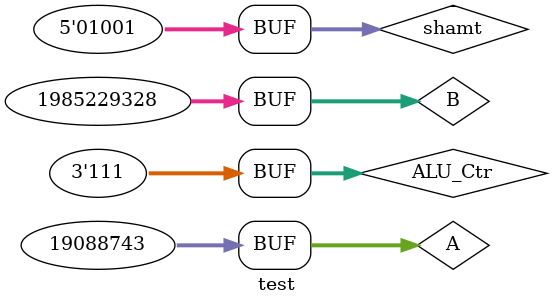
<source format=v>
`timescale 1ns / 1ps


module test;

	// Inputs
	reg [2:0] ALU_Ctr;
	reg [31:0] A;
	reg [31:0] B;
	reg [4:0] shamt;

	// Outputs
	wire [31:0] res;
	wire zero;
	wire overflow;

	// Instantiate the Unit Under Test (UUT)
	ALU uut (
		.ALU_Ctr(ALU_Ctr), 
		.A(A), 
		.B(B), 
		.shamt(shamt),
		.res(res), 
		.zero(zero), 
		.overflow(overflow)
	);

	initial begin
		// Initialize Inputs
		A=0;
        B=0;
        ALU_Ctr =0;
		  

		// Wait 100 ns for global reset to finish
		#100;
        A=32'ha5a5a5a5;
        B=32'h5a5a5a5a;
        ALU_Ctr =3'b111;
        #100;
        ALU_Ctr =3'b110;
        #100;
        ALU_Ctr =3'b101;
		  shamt = B[10:6];
        #100;
        ALU_Ctr =3'b100;
        #100;
        ALU_Ctr =3'b011;
        #100;
        ALU_Ctr =3'b010;
        #100;
        ALU_Ctr =3'b001;
        #100;
        ALU_Ctr =3'b000;
        #100;
        A=32'h01234567;
        B=32'h76543210;
        ALU_Ctr =3'b111;
        
		// Add stimulus here

	end
      
endmodule


</source>
